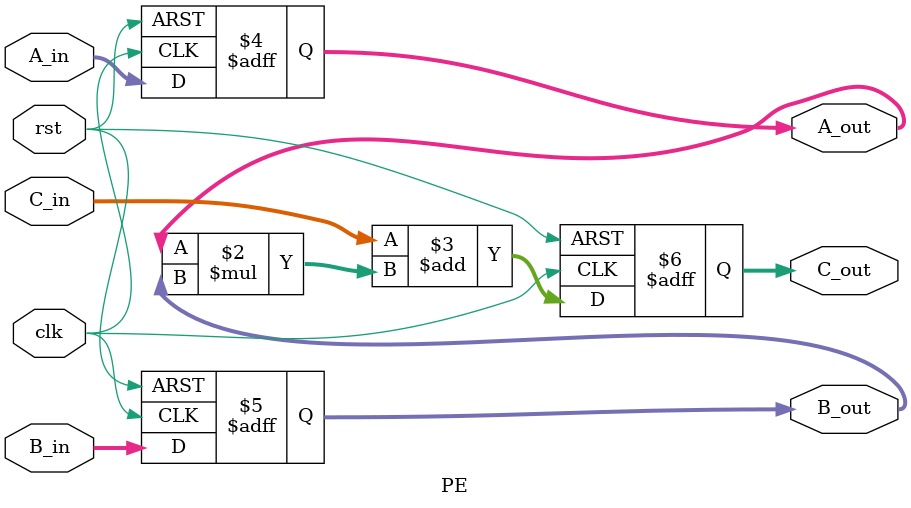
<source format=sv>
module PE #( 
    parameter DATA_WIDTH = 32
) (
    input logic clk,
    input logic rst,
    input logic signed [DATA_WIDTH-1:0] A_in,
    input logic signed [DATA_WIDTH-1:0] B_in,
    input logic signed [(2*DATA_WIDTH)-1:0] C_in,
    output logic signed [DATA_WIDTH-1:0] A_out,
    output logic signed [DATA_WIDTH-1:0] B_out,
    output logic signed [(2*DATA_WIDTH)-1:0] C_out
    //input logic valid_A,
    //input logic valid_B
);

    always_ff @(posedge clk or posedge rst) begin
        if (rst) begin
            A_out <= 0;
            B_out <= 0;
            C_out <= 0;
        end else begin
            A_out <= A_in;
            B_out <= B_in;
            C_out <= C_in + A_out * B_out;
            
        end
    end
endmodule

</source>
